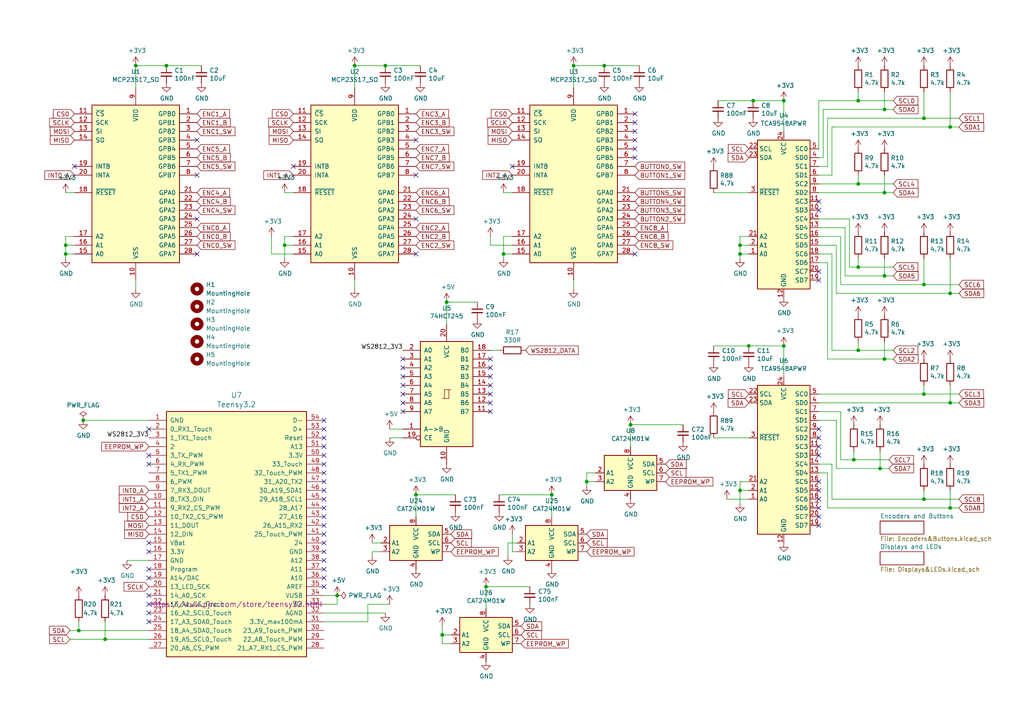
<source format=kicad_sch>
(kicad_sch (version 20231120) (generator "eeschema") (generator_version "8.0")
  (paper "A4")
  (title_block (title "Encoder Board") (date "2020-06-02") (rev "B") (company "Blake Garner"))
  (junction (at 256.54 55.88))
  (junction (at 275.59 116.84))
  (junction (at 247.65 133.35))
  (junction (at 267.97 114.3))
  (junction (at 275.59 147.32))
  (junction (at 166.37 19.05))
  (junction (at 160.02 143.51))
  (junction (at 214.63 71.12))
  (junction (at 102.87 19.05))
  (junction (at 275.59 85.09))
  (junction (at 227.33 29.21))
  (junction (at 120.65 143.51))
  (junction (at 214.63 73.66))
  (junction (at 248.92 53.34))
  (junction (at 140.97 170.18))
  (junction (at 19.05 73.66))
  (junction (at 48.26 19.05))
  (junction (at 256.54 104.14))
  (junction (at 248.92 29.21))
  (junction (at 255.27 135.89))
  (junction (at 267.97 144.78))
  (junction (at 97.79 172.72))
  (junction (at 19.05 71.12))
  (junction (at 227.33 100.33))
  (junction (at 256.54 31.75))
  (junction (at 275.59 36.83))
  (junction (at 146.05 73.66))
  (junction (at 267.97 34.29))
  (junction (at 248.92 77.47))
  (junction (at 214.63 142.24))
  (junction (at 24.13 121.92))
  (junction (at 182.88 123.19))
  (junction (at 256.54 80.01))
  (junction (at 30.48 185.42))
  (junction (at 248.92 101.6))
  (junction (at 217.17 100.33))
  (junction (at 267.97 82.55))
  (junction (at 170.18 139.7))
  (junction (at 218.44 29.21))
  (junction (at 128.27 184.15))
  (junction (at 22.86 182.88))
  (junction (at 175.26 19.05))
  (junction (at 129.54 87.63))
  (junction (at 111.76 19.05))
  (junction (at 82.55 71.12))
  (junction (at 39.37 19.05))
  (no_connect (at 21.59 48.26))
  (no_connect (at 85.09 48.26))
  (no_connect (at 57.15 40.64))
  (no_connect (at 93.98 157.48))
  (no_connect (at 57.15 63.5))
  (no_connect (at 93.98 170.18))
  (no_connect (at 142.24 111.76))
  (no_connect (at 116.84 119.38))
  (no_connect (at 43.18 175.26))
  (no_connect (at 148.59 48.26))
  (no_connect (at 116.84 109.22))
  (no_connect (at 120.65 50.8))
  (no_connect (at 142.24 104.14))
  (no_connect (at 237.49 142.24))
  (no_connect (at 93.98 162.56))
  (no_connect (at 184.15 40.64))
  (no_connect (at 142.24 114.3))
  (no_connect (at 43.18 172.72))
  (no_connect (at 93.98 129.54))
  (no_connect (at 93.98 167.64))
  (no_connect (at 43.18 124.46))
  (no_connect (at 142.24 106.68))
  (no_connect (at 93.98 124.46))
  (no_connect (at 43.18 165.1))
  (no_connect (at 93.98 134.62))
  (no_connect (at 93.98 147.32))
  (no_connect (at 184.15 35.56))
  (no_connect (at 93.98 149.86))
  (no_connect (at 93.98 127))
  (no_connect (at 184.15 73.66))
  (no_connect (at 237.49 127))
  (no_connect (at 93.98 132.08))
  (no_connect (at 43.18 132.08))
  (no_connect (at 93.98 137.16))
  (no_connect (at 237.49 132.08))
  (no_connect (at 237.49 60.96))
  (no_connect (at 184.15 43.18))
  (no_connect (at 237.49 58.42))
  (no_connect (at 237.49 144.78))
  (no_connect (at 43.18 167.64))
  (no_connect (at 43.18 180.34))
  (no_connect (at 237.49 81.28))
  (no_connect (at 116.84 104.14))
  (no_connect (at 237.49 124.46))
  (no_connect (at 142.24 109.22))
  (no_connect (at 184.15 33.02))
  (no_connect (at 93.98 121.92))
  (no_connect (at 120.65 40.64))
  (no_connect (at 237.49 78.74))
  (no_connect (at 116.84 106.68))
  (no_connect (at 43.18 160.02))
  (no_connect (at 120.65 73.66))
  (no_connect (at 116.84 116.84))
  (no_connect (at 93.98 160.02))
  (no_connect (at 93.98 154.94))
  (no_connect (at 93.98 152.4))
  (no_connect (at 120.65 63.5))
  (no_connect (at 184.15 45.72))
  (no_connect (at 93.98 144.78))
  (no_connect (at 237.49 152.4))
  (no_connect (at 116.84 114.3))
  (no_connect (at 43.18 177.8))
  (no_connect (at 57.15 73.66))
  (no_connect (at 43.18 134.62))
  (no_connect (at 142.24 119.38))
  (no_connect (at 43.18 157.48))
  (no_connect (at 93.98 139.7))
  (no_connect (at 57.15 50.8))
  (no_connect (at 237.49 129.54))
  (no_connect (at 237.49 139.7))
  (no_connect (at 184.15 38.1))
  (no_connect (at 237.49 147.32))
  (no_connect (at 142.24 116.84))
  (no_connect (at 93.98 142.24))
  (no_connect (at 237.49 149.86))
  (no_connect (at 93.98 165.1))
  (no_connect (at 116.84 111.76))
  (wire (pts (xy 259.08 55.88) (xy 256.54 55.88)))
  (wire (pts (xy 217.17 142.24) (xy 214.63 142.24)))
  (wire (pts (xy 247.65 133.35) (xy 243.84 133.35)))
  (wire (pts (xy 237.49 50.8) (xy 241.3 50.8)))
  (wire (pts (xy 170.18 139.7) (xy 170.18 140.97)))
  (wire (pts (xy 240.03 34.29) (xy 240.03 48.26)))
  (wire (pts (xy 267.97 34.29) (xy 278.13 34.29)))
  (wire (pts (xy 240.03 104.14) (xy 256.54 104.14)))
  (wire (pts (xy 85.09 68.58) (xy 82.55 68.58)))
  (wire (pts (xy 153.67 170.18) (xy 140.97 170.18)))
  (wire (pts (xy 19.05 71.12) (xy 19.05 73.66)))
  (wire (pts (xy 43.18 185.42) (xy 30.48 185.42)))
  (wire (pts (xy 170.18 137.16) (xy 170.18 139.7)))
  (wire (pts (xy 257.81 133.35) (xy 247.65 133.35)))
  (wire (pts (xy 248.92 50.8) (xy 248.92 53.34)))
  (wire (pts (xy 242.57 121.92) (xy 237.49 121.92)))
  (wire (pts (xy 128.27 184.15) (xy 128.27 181.61)))
  (wire (pts (xy 166.37 19.05) (xy 166.37 25.4)))
  (wire (pts (xy 267.97 82.55) (xy 267.97 74.93)))
  (wire (pts (xy 144.78 101.6) (xy 142.24 101.6)))
  (wire (pts (xy 138.43 87.63) (xy 129.54 87.63)))
  (wire (pts (xy 144.78 143.51) (xy 160.02 143.51)))
  (wire (pts (xy 243.84 119.38) (xy 243.84 133.35)))
  (wire (pts (xy 248.92 53.34) (xy 259.08 53.34)))
  (wire (pts (xy 275.59 26.67) (xy 275.59 36.83)))
  (wire (pts (xy 207.01 55.88) (xy 217.17 55.88)))
  (wire (pts (xy 245.11 66.04) (xy 237.49 66.04)))
  (wire (pts (xy 241.3 101.6) (xy 248.92 101.6)))
  (wire (pts (xy 278.13 147.32) (xy 275.59 147.32)))
  (wire (pts (xy 255.27 135.89) (xy 255.27 130.81)))
  (wire (pts (xy 93.98 177.8) (xy 111.76 177.8)))
  (wire (pts (xy 207.01 127) (xy 217.17 127)))
  (wire (pts (xy 43.18 162.56) (xy 36.83 162.56)))
  (wire (pts (xy 82.55 68.58) (xy 82.55 71.12)))
  (wire (pts (xy 256.54 74.93) (xy 256.54 80.01)))
  (wire (pts (xy 240.03 147.32) (xy 240.03 137.16)))
  (wire (pts (xy 259.08 80.01) (xy 256.54 80.01)))
  (wire (pts (xy 214.63 142.24) (xy 214.63 139.7)))
  (wire (pts (xy 238.76 31.75) (xy 256.54 31.75)))
  (wire (pts (xy 238.76 45.72) (xy 238.76 31.75)))
  (wire (pts (xy 146.05 73.66) (xy 146.05 74.93)))
  (wire (pts (xy 248.92 77.47) (xy 246.38 77.47)))
  (wire (pts (xy 256.54 80.01) (xy 245.11 80.01)))
  (wire (pts (xy 237.49 29.21) (xy 237.49 43.18)))
  (wire (pts (xy 39.37 83.82) (xy 39.37 81.28)))
  (wire (pts (xy 248.92 99.06) (xy 248.92 101.6)))
  (wire (pts (xy 245.11 66.04) (xy 245.11 80.01)))
  (wire (pts (xy 30.48 185.42) (xy 30.48 180.34)))
  (wire (pts (xy 248.92 77.47) (xy 259.08 77.47)))
  (wire (pts (xy 248.92 29.21) (xy 259.08 29.21)))
  (wire (pts (xy 113.03 127) (xy 116.84 127)))
  (wire (pts (xy 208.28 29.21) (xy 218.44 29.21)))
  (wire (pts (xy 21.59 68.58) (xy 19.05 68.58)))
  (wire (pts (xy 259.08 104.14) (xy 256.54 104.14)))
  (wire (pts (xy 148.59 68.58) (xy 146.05 68.58)))
  (wire (pts (xy 243.84 68.58) (xy 237.49 68.58)))
  (wire (pts (xy 148.59 160.02) (xy 148.59 154.94)))
  (wire (pts (xy 267.97 114.3) (xy 278.13 114.3)))
  (wire (pts (xy 237.49 45.72) (xy 238.76 45.72)))
  (wire (pts (xy 237.49 114.3) (xy 267.97 114.3)))
  (wire (pts (xy 166.37 83.82) (xy 166.37 81.28)))
  (wire (pts (xy 97.79 175.26) (xy 97.79 172.72)))
  (wire (pts (xy 267.97 144.78) (xy 278.13 144.78)))
  (wire (pts (xy 78.74 68.58) (xy 78.74 73.66)))
  (wire (pts (xy 240.03 48.26) (xy 237.49 48.26)))
  (wire (pts (xy 147.32 157.48) (xy 147.32 161.29)))
  (wire (pts (xy 85.09 71.12) (xy 82.55 71.12)))
  (wire (pts (xy 120.65 143.51) (xy 120.65 149.86)))
  (wire (pts (xy 106.68 180.34) (xy 106.68 175.26)))
  (wire (pts (xy 248.92 74.93) (xy 248.92 77.47)))
  (wire (pts (xy 275.59 142.24) (xy 275.59 147.32)))
  (wire (pts (xy 214.63 74.93) (xy 214.63 73.66)))
  (wire (pts (xy 20.32 182.88) (xy 22.86 182.88)))
  (wire (pts (xy 214.63 71.12) (xy 214.63 73.66)))
  (wire (pts (xy 218.44 29.21) (xy 227.33 29.21)))
  (wire (pts (xy 237.49 134.62) (xy 241.3 134.62)))
  (wire (pts (xy 248.92 101.6) (xy 259.08 101.6)))
  (wire (pts (xy 93.98 172.72) (xy 97.79 172.72)))
  (wire (pts (xy 217.17 68.58) (xy 214.63 68.58)))
  (wire (pts (xy 237.49 53.34) (xy 248.92 53.34)))
  (wire (pts (xy 241.3 50.8) (xy 241.3 36.83)))
  (wire (pts (xy 175.26 19.05) (xy 185.42 19.05)))
  (wire (pts (xy 237.49 55.88) (xy 256.54 55.88)))
  (wire (pts (xy 149.86 160.02) (xy 148.59 160.02)))
  (wire (pts (xy 111.76 19.05) (xy 121.92 19.05)))
  (wire (pts (xy 146.05 68.58) (xy 146.05 73.66)))
  (wire (pts (xy 241.3 134.62) (xy 241.3 144.78)))
  (wire (pts (xy 214.63 139.7) (xy 217.17 139.7)))
  (wire (pts (xy 241.3 73.66) (xy 237.49 73.66)))
  (wire (pts (xy 214.63 68.58) (xy 214.63 71.12)))
  (wire (pts (xy 242.57 71.12) (xy 237.49 71.12)))
  (wire (pts (xy 85.09 55.88) (xy 82.55 55.88)))
  (wire (pts (xy 48.26 19.05) (xy 58.42 19.05)))
  (wire (pts (xy 102.87 83.82) (xy 102.87 81.28)))
  (wire (pts (xy 142.24 68.58) (xy 142.24 71.12)))
  (wire (pts (xy 242.57 121.92) (xy 242.57 135.89)))
  (wire (pts (xy 259.08 31.75) (xy 256.54 31.75)))
  (wire (pts (xy 241.3 36.83) (xy 275.59 36.83)))
  (wire (pts (xy 240.03 76.2) (xy 240.03 104.14)))
  (wire (pts (xy 278.13 36.83) (xy 275.59 36.83)))
  (wire (pts (xy 256.54 99.06) (xy 256.54 104.14)))
  (wire (pts (xy 129.54 93.98) (xy 129.54 87.63)))
  (wire (pts (xy 148.59 55.88) (xy 146.05 55.88)))
  (wire (pts (xy 130.81 184.15) (xy 128.27 184.15)))
  (wire (pts (xy 214.63 142.24) (xy 214.63 146.05)))
  (wire (pts (xy 106.68 175.26) (xy 113.03 175.26)))
  (wire (pts (xy 227.33 100.33) (xy 227.33 109.22)))
  (wire (pts (xy 22.86 182.88) (xy 22.86 180.34)))
  (wire (pts (xy 111.76 19.05) (xy 102.87 19.05)))
  (wire (pts (xy 182.88 123.19) (xy 182.88 129.54)))
  (wire (pts (xy 240.03 76.2) (xy 237.49 76.2)))
  (wire (pts (xy 148.59 71.12) (xy 142.24 71.12)))
  (wire (pts (xy 110.49 157.48) (xy 107.95 157.48)))
  (wire (pts (xy 267.97 142.24) (xy 267.97 144.78)))
  (wire (pts (xy 248.92 26.67) (xy 248.92 29.21)))
  (wire (pts (xy 116.84 124.46) (xy 113.03 124.46)))
  (wire (pts (xy 82.55 71.12) (xy 82.55 74.93)))
  (wire (pts (xy 107.95 161.29) (xy 107.95 160.02)))
  (wire (pts (xy 160.02 143.51) (xy 160.02 149.86)))
  (wire (pts (xy 128.27 184.15) (xy 128.27 186.69)))
  (wire (pts (xy 21.59 55.88) (xy 19.05 55.88)))
  (wire (pts (xy 275.59 147.32) (xy 240.03 147.32)))
  (wire (pts (xy 267.97 82.55) (xy 278.13 82.55)))
  (wire (pts (xy 148.59 73.66) (xy 146.05 73.66)))
  (wire (pts (xy 275.59 111.76) (xy 275.59 116.84)))
  (wire (pts (xy 130.81 186.69) (xy 128.27 186.69)))
  (wire (pts (xy 21.59 71.12) (xy 19.05 71.12)))
  (wire (pts (xy 172.72 137.16) (xy 170.18 137.16)))
  (wire (pts (xy 19.05 73.66) (xy 19.05 74.93)))
  (wire (pts (xy 39.37 19.05) (xy 39.37 25.4)))
  (wire (pts (xy 275.59 74.93) (xy 275.59 85.09)))
  (wire (pts (xy 93.98 175.26) (xy 97.79 175.26)))
  (wire (pts (xy 241.3 144.78) (xy 267.97 144.78)))
  (wire (pts (xy 217.17 144.78) (xy 210.82 144.78)))
  (wire (pts (xy 241.3 73.66) (xy 241.3 101.6)))
  (wire (pts (xy 267.97 82.55) (xy 243.84 82.55)))
  (wire (pts (xy 22.86 182.88) (xy 43.18 182.88)))
  (wire (pts (xy 214.63 73.66) (xy 217.17 73.66)))
  (wire (pts (xy 207.01 100.33) (xy 217.17 100.33)))
  (wire (pts (xy 247.65 130.81) (xy 247.65 133.35)))
  (wire (pts (xy 140.97 170.18) (xy 140.97 176.53)))
  (wire (pts (xy 237.49 116.84) (xy 275.59 116.84)))
  (wire (pts (xy 267.97 111.76) (xy 267.97 114.3)))
  (wire (pts (xy 19.05 68.58) (xy 19.05 71.12)))
  (wire (pts (xy 246.38 63.5) (xy 246.38 77.47)))
  (wire (pts (xy 102.87 25.4) (xy 102.87 19.05)))
  (wire (pts (xy 172.72 139.7) (xy 170.18 139.7)))
  (wire (pts (xy 243.84 68.58) (xy 243.84 82.55)))
  (wire (pts (xy 257.81 135.89) (xy 255.27 135.89)))
  (wire (pts (xy 93.98 180.34) (xy 106.68 180.34)))
  (wire (pts (xy 19.05 73.66) (xy 21.59 73.66)))
  (wire (pts (xy 256.54 50.8) (xy 256.54 55.88)))
  (wire (pts (xy 256.54 26.67) (xy 256.54 31.75)))
  (wire (pts (xy 48.26 19.05) (xy 39.37 19.05)))
  (wire (pts (xy 132.08 143.51) (xy 120.65 143.51)))
  (wire (pts (xy 275.59 85.09) (xy 242.57 85.09)))
  (wire (pts (xy 110.49 160.02) (xy 107.95 160.02)))
  (wire (pts (xy 85.09 73.66) (xy 78.74 73.66)))
  (wire (pts (xy 237.49 29.21) (xy 248.92 29.21)))
  (wire (pts (xy 240.03 137.16) (xy 237.49 137.16)))
  (wire (pts (xy 278.13 116.84) (xy 275.59 116.84)))
  (wire (pts (xy 255.27 135.89) (xy 242.57 135.89)))
  (wire (pts (xy 240.03 34.29) (xy 267.97 34.29)))
  (wire (pts (xy 217.17 100.33) (xy 227.33 100.33)))
  (wire (pts (xy 246.38 63.5) (xy 237.49 63.5)))
  (wire (pts (xy 30.48 185.42) (xy 20.32 185.42)))
  (wire (pts (xy 227.33 29.21) (xy 227.33 38.1)))
  (wire (pts (xy 217.17 71.12) (xy 214.63 71.12)))
  (wire (pts (xy 267.97 34.29) (xy 267.97 26.67)))
  (wire (pts (xy 24.13 121.92) (xy 43.18 121.92)))
  (wire (pts (xy 242.57 71.12) (xy 242.57 85.09)))
  (wire (pts (xy 198.12 123.19) (xy 182.88 123.19)))
  (wire (pts (xy 237.49 119.38) (xy 243.84 119.38)))
  (wire (pts (xy 175.26 19.05) (xy 166.37 19.05)))
  (wire (pts (xy 278.13 85.09) (xy 275.59 85.09)))
  (wire (pts (xy 149.86 157.48) (xy 147.32 157.48)))
  (label "WS2812_3V3" (at 43.18 127 180))
  (label "WS2812_3V3" (at 116.84 101.6 180))
  (global_label "ENC3_SW" (shape input) (at 120.65 38.1 0) (property "Intersheetrefs" "${INTERSHEET_REFS}" (effects (hide yes))))
  (global_label "ENC3_A" (shape input) (at 120.65 33.02 0) (property "Intersheetrefs" "${INTERSHEET_REFS}" (effects (hide yes))))
  (global_label "INT2_A" (shape input) (at 43.18 147.32 180) (property "Intersheetrefs" "${INTERSHEET_REFS}" (effects (hide yes))))
  (global_label "MISO" (shape input) (at 85.09 40.64 180) (property "Intersheetrefs" "${INTERSHEET_REFS}" (effects (hide yes))))
  (global_label "ENC2_A" (shape input) (at 120.65 66.04 0) (property "Intersheetrefs" "${INTERSHEET_REFS}" (effects (hide yes))))
  (global_label "ENC5_B" (shape input) (at 57.15 45.72 0) (property "Intersheetrefs" "${INTERSHEET_REFS}" (effects (hide yes))))
  (global_label "SDA2" (shape input) (at 259.08 104.14 0) (property "Intersheetrefs" "${INTERSHEET_REFS}" (effects (hide yes))))
  (global_label "CS0" (shape input) (at 43.18 149.86 180) (property "Intersheetrefs" "${INTERSHEET_REFS}" (effects (hide yes))))
  (global_label "SCL7" (shape input) (at 257.81 133.35 0) (property "Intersheetrefs" "${INTERSHEET_REFS}" (effects (hide yes))))
  (global_label "ENC8_A" (shape input) (at 184.15 66.04 0) (property "Intersheetrefs" "${INTERSHEET_REFS}" (effects (hide yes))))
  (global_label "ENC1_B" (shape input) (at 57.15 35.56 0) (property "Intersheetrefs" "${INTERSHEET_REFS}" (effects (hide yes))))
  (global_label "ENC3_B" (shape input) (at 120.65 35.56 0) (property "Intersheetrefs" "${INTERSHEET_REFS}" (effects (hide yes))))
  (global_label "SDA4" (shape input) (at 259.08 55.88 0) (property "Intersheetrefs" "${INTERSHEET_REFS}" (effects (hide yes))))
  (global_label "SDA8" (shape input) (at 278.13 147.32 0) (property "Intersheetrefs" "${INTERSHEET_REFS}" (effects (hide yes))))
  (global_label "INT2_A" (shape input) (at 148.59 50.8 180) (property "Intersheetrefs" "${INTERSHEET_REFS}" (effects (hide yes))))
  (global_label "SDA" (shape input) (at 217.17 116.84 180) (property "Intersheetrefs" "${INTERSHEET_REFS}" (effects (hide yes))))
  (global_label "EEPROM_WP" (shape input) (at 170.18 160.02 0) (property "Intersheetrefs" "${INTERSHEET_REFS}" (effects (hide yes))))
  (global_label "SCL5" (shape input) (at 259.08 77.47 0) (property "Intersheetrefs" "${INTERSHEET_REFS}" (effects (hide yes))))
  (global_label "SCLK" (shape input) (at 21.59 35.56 180) (property "Intersheetrefs" "${INTERSHEET_REFS}" (effects (hide yes))))
  (global_label "SCLK" (shape input) (at 148.59 35.56 180) (property "Intersheetrefs" "${INTERSHEET_REFS}" (effects (hide yes))))
  (global_label "SCL8" (shape input) (at 278.13 144.78 0) (property "Intersheetrefs" "${INTERSHEET_REFS}" (effects (hide yes))))
  (global_label "BUTTON1_SW" (shape input) (at 184.15 50.8 0) (property "Intersheetrefs" "${INTERSHEET_REFS}" (effects (hide yes))))
  (global_label "SDA3" (shape input) (at 278.13 116.84 0) (property "Intersheetrefs" "${INTERSHEET_REFS}" (effects (hide yes))))
  (global_label "MOSI" (shape input) (at 85.09 38.1 180) (property "Intersheetrefs" "${INTERSHEET_REFS}" (effects (hide yes))))
  (global_label "SDA" (shape input) (at 151.13 181.61 0) (property "Intersheetrefs" "${INTERSHEET_REFS}" (effects (hide yes))))
  (global_label "ENC7_A" (shape input) (at 120.65 43.18 0) (property "Intersheetrefs" "${INTERSHEET_REFS}" (effects (hide yes))))
  (global_label "ENC8_B" (shape input) (at 184.15 68.58 0) (property "Intersheetrefs" "${INTERSHEET_REFS}" (effects (hide yes))))
  (global_label "SDA5" (shape input) (at 259.08 80.01 0) (property "Intersheetrefs" "${INTERSHEET_REFS}" (effects (hide yes))))
  (global_label "SCL" (shape input) (at 130.81 157.48 0) (property "Intersheetrefs" "${INTERSHEET_REFS}" (effects (hide yes))))
  (global_label "SCL6" (shape input) (at 278.13 82.55 0) (property "Intersheetrefs" "${INTERSHEET_REFS}" (effects (hide yes))))
  (global_label "ENC6_SW" (shape input) (at 120.65 60.96 0) (property "Intersheetrefs" "${INTERSHEET_REFS}" (effects (hide yes))))
  (global_label "BUTTON0_SW" (shape input) (at 184.15 48.26 0) (property "Intersheetrefs" "${INTERSHEET_REFS}" (effects (hide yes))))
  (global_label "MISO" (shape input) (at 148.59 40.64 180) (property "Intersheetrefs" "${INTERSHEET_REFS}" (effects (hide yes))))
  (global_label "SCL1" (shape input) (at 278.13 34.29 0) (property "Intersheetrefs" "${INTERSHEET_REFS}" (effects (hide yes))))
  (global_label "EEPROM_WP" (shape input) (at 43.18 129.54 180) (property "Intersheetrefs" "${INTERSHEET_REFS}" (effects (hide yes))))
  (global_label "ENC2_B" (shape input) (at 120.65 68.58 0) (property "Intersheetrefs" "${INTERSHEET_REFS}" (effects (hide yes))))
  (global_label "SCLK" (shape input) (at 43.18 170.18 180) (property "Intersheetrefs" "${INTERSHEET_REFS}" (effects (hide yes))))
  (global_label "SCL" (shape input) (at 217.17 43.18 180) (property "Intersheetrefs" "${INTERSHEET_REFS}" (effects (hide yes))))
  (global_label "BUTTON4_SW" (shape input) (at 184.15 58.42 0) (property "Intersheetrefs" "${INTERSHEET_REFS}" (effects (hide yes))))
  (global_label "SCL" (shape input) (at 170.18 157.48 0) (property "Intersheetrefs" "${INTERSHEET_REFS}" (effects (hide yes))))
  (global_label "INT1_A" (shape input) (at 43.18 144.78 180) (property "Intersheetrefs" "${INTERSHEET_REFS}" (effects (hide yes))))
  (global_label "SDA" (shape input) (at 20.32 182.88 180) (property "Intersheetrefs" "${INTERSHEET_REFS}" (effects (hide yes))))
  (global_label "SCL2" (shape input) (at 259.08 101.6 0) (property "Intersheetrefs" "${INTERSHEET_REFS}" (effects (hide yes))))
  (global_label "MOSI" (shape input) (at 21.59 38.1 180) (property "Intersheetrefs" "${INTERSHEET_REFS}" (effects (hide yes))))
  (global_label "SCL0" (shape input) (at 259.08 29.21 0) (property "Intersheetrefs" "${INTERSHEET_REFS}" (effects (hide yes))))
  (global_label "MOSI" (shape input) (at 43.18 152.4 180) (property "Intersheetrefs" "${INTERSHEET_REFS}" (effects (hide yes))))
  (global_label "CS0" (shape input) (at 21.59 33.02 180) (property "Intersheetrefs" "${INTERSHEET_REFS}" (effects (hide yes))))
  (global_label "ENC0_SW" (shape input) (at 57.15 71.12 0) (property "Intersheetrefs" "${INTERSHEET_REFS}" (effects (hide yes))))
  (global_label "SDA" (shape input) (at 193.04 134.62 0) (property "Intersheetrefs" "${INTERSHEET_REFS}" (effects (hide yes))))
  (global_label "ENC1_A" (shape input) (at 57.15 33.02 0) (property "Intersheetrefs" "${INTERSHEET_REFS}" (effects (hide yes))))
  (global_label "ENC0_A" (shape input) (at 57.15 66.04 0) (property "Intersheetrefs" "${INTERSHEET_REFS}" (effects (hide yes))))
  (global_label "BUTTON5_SW" (shape input) (at 184.15 55.88 0) (property "Intersheetrefs" "${INTERSHEET_REFS}" (effects (hide yes))))
  (global_label "SDA1" (shape input) (at 278.13 36.83 0) (property "Intersheetrefs" "${INTERSHEET_REFS}" (effects (hide yes))))
  (global_label "EEPROM_WP" (shape input) (at 193.04 139.7 0) (property "Intersheetrefs" "${INTERSHEET_REFS}" (effects (hide yes))))
  (global_label "ENC0_B" (shape input) (at 57.15 68.58 0) (property "Intersheetrefs" "${INTERSHEET_REFS}" (effects (hide yes))))
  (global_label "SCL" (shape input) (at 20.32 185.42 180) (property "Intersheetrefs" "${INTERSHEET_REFS}" (effects (hide yes))))
  (global_label "SCL" (shape input) (at 151.13 184.15 0) (property "Intersheetrefs" "${INTERSHEET_REFS}" (effects (hide yes))))
  (global_label "MISO" (shape input) (at 43.18 154.94 180) (property "Intersheetrefs" "${INTERSHEET_REFS}" (effects (hide yes))))
  (global_label "ENC2_SW" (shape input) (at 120.65 71.12 0) (property "Intersheetrefs" "${INTERSHEET_REFS}" (effects (hide yes))))
  (global_label "SDA6" (shape input) (at 278.13 85.09 0) (property "Intersheetrefs" "${INTERSHEET_REFS}" (effects (hide yes))))
  (global_label "WS2812_DATA" (shape input) (at 152.4 101.6 0) (property "Intersheetrefs" "${INTERSHEET_REFS}" (effects (hide yes))))
  (global_label "CS0" (shape input) (at 148.59 33.02 180) (property "Intersheetrefs" "${INTERSHEET_REFS}" (effects (hide yes))))
  (global_label "SCLK" (shape input) (at 85.09 35.56 180) (property "Intersheetrefs" "${INTERSHEET_REFS}" (effects (hide yes))))
  (global_label "ENC4_A" (shape input) (at 57.15 55.88 0) (property "Intersheetrefs" "${INTERSHEET_REFS}" (effects (hide yes))))
  (global_label "SDA7" (shape input) (at 257.81 135.89 0) (property "Intersheetrefs" "${INTERSHEET_REFS}" (effects (hide yes))))
  (global_label "ENC4_SW" (shape input) (at 57.15 60.96 0) (property "Intersheetrefs" "${INTERSHEET_REFS}" (effects (hide yes))))
  (global_label "INT0_A" (shape input) (at 21.59 50.8 180) (property "Intersheetrefs" "${INTERSHEET_REFS}" (effects (hide yes))))
  (global_label "SDA" (shape input) (at 130.81 154.94 0) (property "Intersheetrefs" "${INTERSHEET_REFS}" (effects (hide yes))))
  (global_label "CS0" (shape input) (at 85.09 33.02 180) (property "Intersheetrefs" "${INTERSHEET_REFS}" (effects (hide yes))))
  (global_label "BUTTON2_SW" (shape input) (at 184.15 63.5 0) (property "Intersheetrefs" "${INTERSHEET_REFS}" (effects (hide yes))))
  (global_label "INT0_A" (shape input) (at 43.18 142.24 180) (property "Intersheetrefs" "${INTERSHEET_REFS}" (effects (hide yes))))
  (global_label "ENC5_SW" (shape input) (at 57.15 48.26 0) (property "Intersheetrefs" "${INTERSHEET_REFS}" (effects (hide yes))))
  (global_label "SDA0" (shape input) (at 259.08 31.75 0) (property "Intersheetrefs" "${INTERSHEET_REFS}" (effects (hide yes))))
  (global_label "ENC6_B" (shape input) (at 120.65 58.42 0) (property "Intersheetrefs" "${INTERSHEET_REFS}" (effects (hide yes))))
  (global_label "BUTTON3_SW" (shape input) (at 184.15 60.96 0) (property "Intersheetrefs" "${INTERSHEET_REFS}" (effects (hide yes))))
  (global_label "SCL4" (shape input) (at 259.08 53.34 0) (property "Intersheetrefs" "${INTERSHEET_REFS}" (effects (hide yes))))
  (global_label "EEPROM_WP" (shape input) (at 130.81 160.02 0) (property "Intersheetrefs" "${INTERSHEET_REFS}" (effects (hide yes))))
  (global_label "SDA" (shape input) (at 170.18 154.94 0) (property "Intersheetrefs" "${INTERSHEET_REFS}" (effects (hide yes))))
  (global_label "SCL" (shape input) (at 217.17 114.3 180) (property "Intersheetrefs" "${INTERSHEET_REFS}" (effects (hide yes))))
  (global_label "ENC8_SW" (shape input) (at 184.15 71.12 0) (property "Intersheetrefs" "${INTERSHEET_REFS}" (effects (hide yes))))
  (global_label "ENC1_SW" (shape input) (at 57.15 38.1 0) (property "Intersheetrefs" "${INTERSHEET_REFS}" (effects (hide yes))))
  (global_label "ENC7_B" (shape input) (at 120.65 45.72 0) (property "Intersheetrefs" "${INTERSHEET_REFS}" (effects (hide yes))))
  (global_label "SDA" (shape input) (at 217.17 45.72 180) (property "Intersheetrefs" "${INTERSHEET_REFS}" (effects (hide yes))))
  (global_label "INT1_A" (shape input) (at 85.09 50.8 180) (property "Intersheetrefs" "${INTERSHEET_REFS}" (effects (hide yes))))
  (global_label "ENC6_A" (shape input) (at 120.65 55.88 0) (property "Intersheetrefs" "${INTERSHEET_REFS}" (effects (hide yes))))
  (global_label "ENC4_B" (shape input) (at 57.15 58.42 0) (property "Intersheetrefs" "${INTERSHEET_REFS}" (effects (hide yes))))
  (global_label "MISO" (shape input) (at 21.59 40.64 180) (property "Intersheetrefs" "${INTERSHEET_REFS}" (effects (hide yes))))
  (global_label "ENC5_A" (shape input) (at 57.15 43.18 0) (property "Intersheetrefs" "${INTERSHEET_REFS}" (effects (hide yes))))
  (global_label "SCL3" (shape input) (at 278.13 114.3 0) (property "Intersheetrefs" "${INTERSHEET_REFS}" (effects (hide yes))))
  (global_label "SCL" (shape input) (at 193.04 137.16 0) (property "Intersheetrefs" "${INTERSHEET_REFS}" (effects (hide yes))))
  (global_label "ENC7_SW" (shape input) (at 120.65 48.26 0) (property "Intersheetrefs" "${INTERSHEET_REFS}" (effects (hide yes))))
  (global_label "EEPROM_WP" (shape input) (at 151.13 186.69 0) (property "Intersheetrefs" "${INTERSHEET_REFS}" (effects (hide yes))))
  (global_label "MOSI" (shape input) (at 148.59 38.1 180) (property "Intersheetrefs" "${INTERSHEET_REFS}" (effects (hide yes))))
  (symbol (lib_id "EncoderBoard-rescue:Teensy3.2-Teensy_BG") (at 68.58 154.94 0) (unit 1)
    (property "Reference" "U7" (at 68.58 114.6302 0) (effects (font (size 1.524 1.524))))
    (property "Value" "Teensy3.2" (at 68.58 117.3226 0) (effects (font (size 1.524 1.524))))
    (property "Footprint" "Teensy_BG:Teensy30_31_32_LC" (effects (hide yes)))
    (property "Datasheet" "https://www.pjrc.com/store/teensy32.html" (at 68.58 175.26 0) (effects (font (size 1.524 1.524))))
    (property "MFR" "PJRC" (effects (hide yes)))
    (property "MPN" "TEENSY32" (effects (hide yes)))
  )
  (symbol (lib_id "EncoderBoard-rescue:MCP23S17_SO-Interface_Expansion_BG") (at 39.37 53.34 0) (unit 1)
    (property "Reference" "U1" (at 39.37 20.8026 0))
    (property "Value" "MCP23S17_SO" (at 39.37 23.114 0))
    (property "Footprint" "SOIC_BG:SOIC-28W_7.5x17.9mm_P1.27mm" (effects (hide yes)))
    (property "Datasheet" "http://ww1.microchip.com/downloads/en/DeviceDoc/20001952C.pdf" (effects (hide yes)))
    (property "MFR" "Microchip" (effects (hide yes)))
    (property "MPN" "MCP23S17T-E/SO" (effects (hide yes)))
  )
  (symbol (lib_id "EncoderBoard-rescue:MCP23S17_SO-Interface_Expansion_BG") (at 102.87 53.34 0) (unit 1)
    (property "Reference" "U2" (at 102.87 20.8026 0))
    (property "Value" "MCP23S17_SO" (at 102.87 23.114 0))
    (property "Footprint" "SOIC_BG:SOIC-28W_7.5x17.9mm_P1.27mm" (effects (hide yes)))
    (property "Datasheet" "http://ww1.microchip.com/downloads/en/DeviceDoc/20001952C.pdf" (effects (hide yes)))
    (property "MFR" "Microchip" (effects (hide yes)))
    (property "MPN" "MCP23S17T-E/SO" (effects (hide yes)))
  )
  (symbol (lib_id "EncoderBoard-rescue:MCP23S17_SO-Interface_Expansion_BG") (at 166.37 53.34 0) (unit 1)
    (property "Reference" "U3" (at 166.37 20.8026 0))
    (property "Value" "MCP23S17_SO" (at 166.37 23.114 0))
    (property "Footprint" "SOIC_BG:SOIC-28W_7.5x17.9mm_P1.27mm" (effects (hide yes)))
    (property "Datasheet" "http://ww1.microchip.com/downloads/en/DeviceDoc/20001952C.pdf" (effects (hide yes)))
    (property "MFR" "Microchip" (effects (hide yes)))
    (property "MPN" "MCP23S17T-E/SO" (effects (hide yes)))
  )
  (symbol (lib_id "Memory_EEPROM:CAT24M01W") (at 182.88 137.16 0) (unit 1)
    (property "Reference" "U8" (at 182.88 124.9426 0))
    (property "Value" "CAT24M01W" (at 182.88 127.254 0))
    (property "Footprint" "SOIC_BG:SOIC-8_3.9x4.9mm_P1.27mm" (effects (hide yes)))
    (property "Datasheet" "https://www.onsemi.com/pub/Collateral/CAT24M01-D.PDF" (effects (hide yes)))
    (property "MFR" "ON Semiconductor" (effects (hide yes)))
    (property "MPN" "CAT24M01WI-GT3" (effects (hide yes)))
  )
  (symbol (lib_id "EncoderBoard-rescue:GND-power") (at 170.18 140.97 0) (unit 1)
    (property "Reference" "#PWR0268" (effects (hide yes)))
    (property "Value" "GND" (at 170.307 145.3642 0))
  )
  (symbol (lib_id "EncoderBoard-rescue:GND-power") (at 182.88 144.78 0) (unit 1)
    (property "Reference" "#PWR0269" (effects (hide yes)))
    (property "Value" "GND" (at 183.007 149.1742 0))
  )
  (symbol (lib_id "EncoderBoard-rescue:+3V3-power") (at 182.88 123.19 0) (unit 1)
    (property "Reference" "#PWR0270" (effects (hide yes)))
    (property "Value" "+3V3" (at 183.261 118.7958 0))
  )
  (symbol (lib_id "EncoderBoard-rescue:PWR_FLAG-power") (at 97.79 172.72 270) (unit 1)
    (property "Reference" "#FLG0101" (effects (hide yes)))
    (property "Value" "PWR_FLAG" (at 101.0412 172.72 90) (effects (justify left)))
  )
  (symbol (lib_id "EncoderBoard-rescue:GND-power") (at 129.54 134.62 0) (unit 1)
    (property "Reference" "#PWR0265" (effects (hide yes)))
    (property "Value" "GND" (at 129.667 139.0142 0))
  )
  (symbol (lib_id "EncoderBoard-rescue:+5V-power") (at 113.03 124.46 0) (unit 1)
    (property "Reference" "#PWR0266" (effects (hide yes)))
    (property "Value" "+5V" (at 113.411 120.0658 0))
  )
  (symbol (lib_id "EncoderBoard-rescue:GND-power") (at 113.03 127 0) (unit 1)
    (property "Reference" "#PWR0267" (effects (hide yes)))
    (property "Value" "GND" (at 113.157 131.3942 0))
  )
  (symbol (lib_id "EncoderBoard-rescue:+3V3-power") (at 39.37 19.05 0) (unit 1)
    (property "Reference" "#PWR0101" (effects (hide yes)))
    (property "Value" "+3V3" (at 39.751 14.6558 0))
  )
  (symbol (lib_id "EncoderBoard-rescue:+3V3-power") (at 102.87 19.05 0) (unit 1)
    (property "Reference" "#PWR0102" (effects (hide yes)))
    (property "Value" "+3V3" (at 103.251 14.6558 0))
  )
  (symbol (lib_id "EncoderBoard-rescue:+3V3-power") (at 166.37 19.05 0) (unit 1)
    (property "Reference" "#PWR0103" (effects (hide yes)))
    (property "Value" "+3V3" (at 166.751 14.6558 0))
  )
  (symbol (lib_id "EncoderBoard-rescue:GND-power") (at 39.37 83.82 0) (unit 1)
    (property "Reference" "#PWR0104" (effects (hide yes)))
    (property "Value" "GND" (at 39.497 88.2142 0))
  )
  (symbol (lib_id "EncoderBoard-rescue:GND-power") (at 102.87 83.82 0) (unit 1)
    (property "Reference" "#PWR0105" (effects (hide yes)))
    (property "Value" "GND" (at 102.997 88.2142 0))
  )
  (symbol (lib_id "EncoderBoard-rescue:GND-power") (at 166.37 83.82 0) (unit 1)
    (property "Reference" "#PWR0106" (effects (hide yes)))
    (property "Value" "GND" (at 166.497 88.2142 0))
  )
  (symbol (lib_id "EncoderBoard-rescue:PWR_FLAG-power") (at 24.13 121.92 0) (unit 1)
    (property "Reference" "#FLG0102" (effects (hide yes)))
    (property "Value" "PWR_FLAG" (at 24.13 117.5258 0))
  )
  (symbol (lib_id "EncoderBoard-rescue:GND-power") (at 19.05 74.93 0) (unit 1)
    (property "Reference" "#PWR0107" (effects (hide yes)))
    (property "Value" "GND" (at 19.177 79.3242 0))
  )
  (symbol (lib_id "EncoderBoard-rescue:GND-power") (at 82.55 74.93 0) (unit 1)
    (property "Reference" "#PWR0108" (effects (hide yes)))
    (property "Value" "GND" (at 82.677 79.3242 0))
  )
  (symbol (lib_id "EncoderBoard-rescue:GND-power") (at 146.05 74.93 0) (unit 1)
    (property "Reference" "#PWR0109" (effects (hide yes)))
    (property "Value" "GND" (at 146.177 79.3242 0))
  )
  (symbol (lib_id "Interface_Expansion:TCA9548APWR") (at 227.33 60.96 0) (unit 1)
    (property "Reference" "U4" (at 227.33 33.5026 0))
    (property "Value" "TCA9548APWR" (at 227.33 35.814 0))
    (property "Footprint" "TSSOP_BG:TSSOP-24_4.4x7.8mm_P0.65mm" (effects (hide yes)))
    (property "Datasheet" "http://www.ti.com/lit/ds/symlink/tca9548a.pdf" (effects (hide yes)))
    (property "MFR" "Texas Instruments" (effects (hide yes)))
    (property "MPN" "TCA9548APWR" (effects (hide yes)))
  )
  (symbol (lib_id "Device:R") (at 248.92 22.86 0) (unit 1)
    (property "Reference" "R1" (at 250.698 21.6916 0) (effects (justify left)))
    (property "Value" "4.7k" (at 250.698 24.003 0) (effects (justify left)))
    (property "Footprint" "Resistor_BG:R_0805_2012Metric" (effects (hide yes)))
    (property "Datasheet" "https://www.yageo.com/upload/media/product/productsearch/datasheet/rchip/PYu-RC_Group_51_RoHS_L_10.pdf" (effects (hide yes)))
    (property "MFR" "Yageo" (effects (hide yes)))
    (property "MPN" "RC0805FR-074K7L" (effects (hide yes)))
  )
  (symbol (lib_id "Device:R") (at 256.54 22.86 0) (unit 1)
    (property "Reference" "R2" (at 258.318 21.6916 0) (effects (justify left)))
    (property "Value" "4.7k" (at 258.318 24.003 0) (effects (justify left)))
    (property "Footprint" "Resistor_BG:R_0805_2012Metric" (effects (hide yes)))
    (property "Datasheet" "https://www.yageo.com/upload/media/product/productsearch/datasheet/rchip/PYu-RC_Group_51_RoHS_L_10.pdf" (effects (hide yes)))
    (property "MFR" "Yageo" (effects (hide yes)))
    (property "MPN" "RC0805FR-074K7L" (effects (hide yes)))
  )
  (symbol (lib_id "Device:R") (at 267.97 22.86 0) (unit 1)
    (property "Reference" "R3" (at 269.748 21.6916 0) (effects (justify left)))
    (property "Value" "4.7k" (at 269.748 24.003 0) (effects (justify left)))
    (property "Footprint" "Resistor_BG:R_0805_2012Metric" (effects (hide yes)))
    (property "Datasheet" "https://www.yageo.com/upload/media/product/productsearch/datasheet/rchip/PYu-RC_Group_51_RoHS_L_10.pdf" (effects (hide yes)))
    (property "MFR" "Yageo" (effects (hide yes)))
    (property "MPN" "RC0805FR-074K7L" (effects (hide yes)))
  )
  (symbol (lib_id "Device:R") (at 275.59 22.86 0) (unit 1)
    (property "Reference" "R4" (at 277.368 21.6916 0) (effects (justify left)))
    (property "Value" "4.7k" (at 277.368 24.003 0) (effects (justify left)))
    (property "Footprint" "Resistor_BG:R_0805_2012Metric" (effects (hide yes)))
    (property "Datasheet" "https://www.yageo.com/upload/media/product/productsearch/datasheet/rchip/PYu-RC_Group_51_RoHS_L_10.pdf" (effects (hide yes)))
    (property "MFR" "Yageo" (effects (hide yes)))
    (property "MPN" "RC0805FR-074K7L" (effects (hide yes)))
  )
  (symbol (lib_id "EncoderBoard-rescue:+3V3-power") (at 248.92 19.05 0) (unit 1)
    (property "Reference" "#PWR0110" (effects (hide yes)))
    (property "Value" "+3V3" (at 249.301 14.6558 0))
  )
  (symbol (lib_id "EncoderBoard-rescue:+3V3-power") (at 256.54 19.05 0) (unit 1)
    (property "Reference" "#PWR0111" (effects (hide yes)))
    (property "Value" "+3V3" (at 256.921 14.6558 0))
  )
  (symbol (lib_id "EncoderBoard-rescue:+3V3-power") (at 267.97 19.05 0) (unit 1)
    (property "Reference" "#PWR0112" (effects (hide yes)))
    (property "Value" "+3V3" (at 268.351 14.6558 0))
  )
  (symbol (lib_id "EncoderBoard-rescue:+3V3-power") (at 275.59 19.05 0) (unit 1)
    (property "Reference" "#PWR0113" (effects (hide yes)))
    (property "Value" "+3V3" (at 275.971 14.6558 0))
  )
  (symbol (lib_id "EncoderBoard-rescue:+3V3-power") (at 210.82 144.78 0) (unit 1)
    (property "Reference" "#PWR04" (effects (hide yes)))
    (property "Value" "+3V3" (at 211.201 140.3858 0))
  )
  (symbol (lib_id "Device:R") (at 248.92 95.25 0) (unit 1)
    (property "Reference" "R5" (at 250.698 94.0816 0) (effects (justify left)))
    (property "Value" "4.7k" (at 250.698 96.393 0) (effects (justify left)))
    (property "Footprint" "Resistor_BG:R_0805_2012Metric" (effects (hide yes)))
    (property "Datasheet" "https://www.yageo.com/upload/media/product/productsearch/datasheet/rchip/PYu-RC_Group_51_RoHS_L_10.pdf" (effects (hide yes)))
    (property "MFR" "Yageo" (effects (hide yes)))
    (property "MPN" "RC0805FR-074K7L" (effects (hide yes)))
  )
  (symbol (lib_id "Device:R") (at 256.54 95.25 0) (unit 1)
    (property "Reference" "R6" (at 258.318 94.0816 0) (effects (justify left)))
    (property "Value" "4.7k" (at 258.318 96.393 0) (effects (justify left)))
    (property "Footprint" "Resistor_BG:R_0805_2012Metric" (effects (hide yes)))
    (property "Datasheet" "https://www.yageo.com/upload/media/product/productsearch/datasheet/rchip/PYu-RC_Group_51_RoHS_L_10.pdf" (effects (hide yes)))
    (property "MFR" "Yageo" (effects (hide yes)))
    (property "MPN" "RC0805FR-074K7L" (effects (hide yes)))
  )
  (symbol (lib_id "Device:R") (at 267.97 107.95 0) (unit 1)
    (property "Reference" "R7" (at 269.748 106.7816 0) (effects (justify left)))
    (property "Value" "4.7k" (at 269.748 109.093 0) (effects (justify left)))
    (property "Footprint" "Resistor_BG:R_0805_2012Metric" (effects (hide yes)))
    (property "Datasheet" "https://www.yageo.com/upload/media/product/productsearch/datasheet/rchip/PYu-RC_Group_51_RoHS_L_10.pdf" (effects (hide yes)))
    (property "MFR" "Yageo" (effects (hide yes)))
    (property "MPN" "RC0805FR-074K7L" (effects (hide yes)))
  )
  (symbol (lib_id "Device:R") (at 275.59 107.95 0) (unit 1)
    (property "Reference" "R8" (at 277.368 106.7816 0) (effects (justify left)))
    (property "Value" "4.7k" (at 277.368 109.093 0) (effects (justify left)))
    (property "Footprint" "Resistor_BG:R_0805_2012Metric" (effects (hide yes)))
    (property "Datasheet" "https://www.yageo.com/upload/media/product/productsearch/datasheet/rchip/PYu-RC_Group_51_RoHS_L_10.pdf" (effects (hide yes)))
    (property "MFR" "Yageo" (effects (hide yes)))
    (property "MPN" "RC0805FR-074K7L" (effects (hide yes)))
  )
  (symbol (lib_id "EncoderBoard-rescue:+3V3-power") (at 248.92 43.18 0) (unit 1)
    (property "Reference" "#PWR0114" (effects (hide yes)))
    (property "Value" "+3V3" (at 249.301 38.7858 0))
  )
  (symbol (lib_id "EncoderBoard-rescue:+3V3-power") (at 256.54 43.18 0) (unit 1)
    (property "Reference" "#PWR0115" (effects (hide yes)))
    (property "Value" "+3V3" (at 256.921 38.7858 0))
  )
  (symbol (lib_id "EncoderBoard-rescue:+3V3-power") (at 247.65 123.19 0) (unit 1)
    (property "Reference" "#PWR0116" (effects (hide yes)))
    (property "Value" "+3V3" (at 248.031 118.7958 0))
  )
  (symbol (lib_id "EncoderBoard-rescue:+3V3-power") (at 255.27 123.19 0) (unit 1)
    (property "Reference" "#PWR0117" (effects (hide yes)))
    (property "Value" "+3V3" (at 255.651 118.7958 0))
  )
  (symbol (lib_id "Device:R") (at 248.92 46.99 0) (unit 1)
    (property "Reference" "R9" (at 250.698 45.8216 0) (effects (justify left)))
    (property "Value" "4.7k" (at 250.698 48.133 0) (effects (justify left)))
    (property "Footprint" "Resistor_BG:R_0805_2012Metric" (effects (hide yes)))
    (property "Datasheet" "https://www.yageo.com/upload/media/product/productsearch/datasheet/rchip/PYu-RC_Group_51_RoHS_L_10.pdf" (effects (hide yes)))
    (property "MFR" "Yageo" (effects (hide yes)))
    (property "MPN" "RC0805FR-074K7L" (effects (hide yes)))
  )
  (symbol (lib_id "Device:R") (at 256.54 46.99 0) (unit 1)
    (property "Reference" "R10" (at 258.318 45.8216 0) (effects (justify left)))
    (property "Value" "4.7k" (at 258.318 48.133 0) (effects (justify left)))
    (property "Footprint" "Resistor_BG:R_0805_2012Metric" (effects (hide yes)))
    (property "Datasheet" "https://www.yageo.com/upload/media/product/productsearch/datasheet/rchip/PYu-RC_Group_51_RoHS_L_10.pdf" (effects (hide yes)))
    (property "MFR" "Yageo" (effects (hide yes)))
    (property "MPN" "RC0805FR-074K7L" (effects (hide yes)))
  )
  (symbol (lib_id "Device:R") (at 248.92 71.12 0) (unit 1)
    (property "Reference" "R11" (at 250.698 69.9516 0) (effects (justify left)))
    (property "Value" "4.7k" (at 250.698 72.263 0) (effects (justify left)))
    (property "Footprint" "Resistor_BG:R_0805_2012Metric" (effects (hide yes)))
    (property "Datasheet" "https://www.yageo.com/upload/media/product/productsearch/datasheet/rchip/PYu-RC_Group_51_RoHS_L_10.pdf" (effects (hide yes)))
    (property "MFR" "Yageo" (effects (hide yes)))
    (property "MPN" "RC0805FR-074K7L" (effects (hide yes)))
  )
  (symbol (lib_id "Device:R") (at 256.54 71.12 0) (unit 1)
    (property "Reference" "R12" (at 258.318 69.9516 0) (effects (justify left)))
    (property "Value" "4.7k" (at 258.318 72.263 0) (effects (justify left)))
    (property "Footprint" "Resistor_BG:R_0805_2012Metric" (effects (hide yes)))
    (property "Datasheet" "https://www.yageo.com/upload/media/product/productsearch/datasheet/rchip/PYu-RC_Group_51_RoHS_L_10.pdf" (effects (hide yes)))
    (property "MFR" "Yageo" (effects (hide yes)))
    (property "MPN" "RC0805FR-074K7L" (effects (hide yes)))
  )
  (symbol (lib_id "EncoderBoard-rescue:+3V3-power") (at 248.92 67.31 0) (unit 1)
    (property "Reference" "#PWR0118" (effects (hide yes)))
    (property "Value" "+3V3" (at 249.301 62.9158 0))
  )
  (symbol (lib_id "EncoderBoard-rescue:+3V3-power") (at 256.54 67.31 0) (unit 1)
    (property "Reference" "#PWR0119" (effects (hide yes)))
    (property "Value" "+3V3" (at 256.921 62.9158 0))
  )
  (symbol (lib_id "EncoderBoard-rescue:+3V3-power") (at 267.97 67.31 0) (unit 1)
    (property "Reference" "#PWR0120" (effects (hide yes)))
    (property "Value" "+3V3" (at 268.351 62.9158 0))
  )
  (symbol (lib_id "EncoderBoard-rescue:+3V3-power") (at 275.59 67.31 0) (unit 1)
    (property "Reference" "#PWR0121" (effects (hide yes)))
    (property "Value" "+3V3" (at 275.971 62.9158 0))
  )
  (symbol (lib_id "Device:R") (at 267.97 71.12 0) (unit 1)
    (property "Reference" "R13" (at 269.748 69.9516 0) (effects (justify left)))
    (property "Value" "4.7k" (at 269.748 72.263 0) (effects (justify left)))
    (property "Footprint" "Resistor_BG:R_0805_2012Metric" (effects (hide yes)))
    (property "Datasheet" "https://www.yageo.com/upload/media/product/productsearch/datasheet/rchip/PYu-RC_Group_51_RoHS_L_10.pdf" (effects (hide yes)))
    (property "MFR" "Yageo" (effects (hide yes)))
    (property "MPN" "RC0805FR-074K7L" (effects (hide yes)))
  )
  (symbol (lib_id "Device:R") (at 275.59 71.12 0) (unit 1)
    (property "Reference" "R14" (at 277.368 69.9516 0) (effects (justify left)))
    (property "Value" "4.7k" (at 277.368 72.263 0) (effects (justify left)))
    (property "Footprint" "Resistor_BG:R_0805_2012Metric" (effects (hide yes)))
    (property "Datasheet" "https://www.yageo.com/upload/media/product/productsearch/datasheet/rchip/PYu-RC_Group_51_RoHS_L_10.pdf" (effects (hide yes)))
    (property "MFR" "Yageo" (effects (hide yes)))
    (property "MPN" "RC0805FR-074K7L" (effects (hide yes)))
  )
  (symbol (lib_id "Device:R") (at 247.65 127 0) (unit 1)
    (property "Reference" "R15" (at 249.428 125.8316 0) (effects (justify left)))
    (property "Value" "4.7k" (at 249.428 128.143 0) (effects (justify left)))
    (property "Footprint" "Resistor_BG:R_0805_2012Metric" (effects (hide yes)))
    (property "Datasheet" "https://www.yageo.com/upload/media/product/productsearch/datasheet/rchip/PYu-RC_Group_51_RoHS_L_10.pdf" (effects (hide yes)))
    (property "MFR" "Yageo" (effects (hide yes)))
    (property "MPN" "RC0805FR-074K7L" (effects (hide yes)))
  )
  (symbol (lib_id "Device:R") (at 255.27 127 0) (unit 1)
    (property "Reference" "R16" (at 257.048 125.8316 0) (effects (justify left)))
    (property "Value" "4.7k" (at 257.048 128.143 0) (effects (justify left)))
    (property "Footprint" "Resistor_BG:R_0805_2012Metric" (effects (hide yes)))
    (property "Datasheet" "https://www.yageo.com/upload/media/product/productsearch/datasheet/rchip/PYu-RC_Group_51_RoHS_L_10.pdf" (effects (hide yes)))
    (property "MFR" "Yageo" (effects (hide yes)))
    (property "MPN" "RC0805FR-074K7L" (effects (hide yes)))
  )
  (symbol (lib_id "EncoderBoard-rescue:+3V3-power") (at 248.92 91.44 0) (unit 1)
    (property "Reference" "#PWR0122" (effects (hide yes)))
    (property "Value" "+3V3" (at 249.301 87.0458 0))
  )
  (symbol (lib_id "EncoderBoard-rescue:+3V3-power") (at 256.54 91.44 0) (unit 1)
    (property "Reference" "#PWR0123" (effects (hide yes)))
    (property "Value" "+3V3" (at 256.921 87.0458 0))
  )
  (symbol (lib_id "EncoderBoard-rescue:+3V3-power") (at 267.97 104.14 0) (unit 1)
    (property "Reference" "#PWR0124" (effects (hide yes)))
    (property "Value" "+3V3" (at 268.351 99.7458 0))
  )
  (symbol (lib_id "EncoderBoard-rescue:+3V3-power") (at 275.59 104.14 0) (unit 1)
    (property "Reference" "#PWR0125" (effects (hide yes)))
    (property "Value" "+3V3" (at 275.971 99.7458 0))
  )
  (symbol (lib_id "Device:R") (at 207.01 123.19 0) (unit 1)
    (property "Reference" "R89" (at 208.788 122.0216 0) (effects (justify left)))
    (property "Value" "4.7k" (at 208.788 124.333 0) (effects (justify left)))
    (property "Footprint" "Resistor_BG:R_0805_2012Metric" (effects (hide yes)))
    (property "Datasheet" "https://www.yageo.com/upload/media/product/productsearch/datasheet/rchip/PYu-RC_Group_51_RoHS_L_10.pdf" (effects (hide yes)))
    (property "MFR" "Yageo" (effects (hide yes)))
    (property "MPN" "RC0805FR-074K7L" (effects (hide yes)))
  )
  (symbol (lib_id "Device:R") (at 267.97 138.43 0) (unit 1)
    (property "Reference" "R18" (at 269.748 137.2616 0) (effects (justify left)))
    (property "Value" "4.7k" (at 269.748 139.573 0) (effects (justify left)))
    (property "Footprint" "Resistor_BG:R_0805_2012Metric" (effects (hide yes)))
    (property "Datasheet" "https://www.yageo.com/upload/media/product/productsearch/datasheet/rchip/PYu-RC_Group_51_RoHS_L_10.pdf" (effects (hide yes)))
    (property "MFR" "Yageo" (effects (hide yes)))
    (property "MPN" "RC0805FR-074K7L" (effects (hide yes)))
  )
  (symbol (lib_id "Device:R") (at 275.59 138.43 0) (unit 1)
    (property "Reference" "R19" (at 277.368 137.2616 0) (effects (justify left)))
    (property "Value" "4.7k" (at 277.368 139.573 0) (effects (justify left)))
    (property "Footprint" "Resistor_BG:R_0805_2012Metric" (effects (hide yes)))
    (property "Datasheet" "https://www.yageo.com/upload/media/product/productsearch/datasheet/rchip/PYu-RC_Group_51_RoHS_L_10.pdf" (effects (hide yes)))
    (property "MFR" "Yageo" (effects (hide yes)))
    (property "MPN" "RC0805FR-074K7L" (effects (hide yes)))
  )
  (symbol (lib_id "EncoderBoard-rescue:+3V3-power") (at 267.97 134.62 0) (unit 1)
    (property "Reference" "#PWR0126" (effects (hide yes)))
    (property "Value" "+3V3" (at 268.351 130.2258 0))
  )
  (symbol (lib_id "EncoderBoard-rescue:+3V3-power") (at 275.59 134.62 0) (unit 1)
    (property "Reference" "#PWR0127" (effects (hide yes)))
    (property "Value" "+3V3" (at 275.971 130.2258 0))
  )
  (symbol (lib_id "EncoderBoard-rescue:+3V3-power") (at 207.01 119.38 0) (unit 1)
    (property "Reference" "#PWR088" (effects (hide yes)))
    (property "Value" "+3V3" (at 207.391 114.9858 0))
  )
  (symbol (lib_id "Interface_Expansion:TCA9548APWR") (at 227.33 132.08 0) (unit 1)
    (property "Reference" "U6" (at 227.33 104.6226 0))
    (property "Value" "TCA9548APWR" (at 227.33 106.934 0))
    (property "Footprint" "TSSOP_BG:TSSOP-24_4.4x7.8mm_P0.65mm" (effects (hide yes)))
    (property "Datasheet" "http://www.ti.com/lit/ds/symlink/tca9548a.pdf" (effects (hide yes)))
    (property "MFR" "Texas Instruments" (effects (hide yes)))
    (property "MPN" "TCA9548APWR" (effects (hide yes)))
  )
  (symbol (lib_id "Device:R") (at 207.01 52.07 0) (unit 1)
    (property "Reference" "R88" (at 208.788 50.9016 0) (effects (justify left)))
    (property "Value" "4.7k" (at 208.788 53.213 0) (effects (justify left)))
    (property "Footprint" "Resistor_BG:R_0805_2012Metric" (effects (hide yes)))
    (property "Datasheet" "https://www.yageo.com/upload/media/product/productsearch/datasheet/rchip/PYu-RC_Group_51_RoHS_L_10.pdf" (effects (hide yes)))
    (property "MFR" "Yageo" (effects (hide yes)))
    (property "MPN" "RC0805FR-074K7L" (effects (hide yes)))
  )
  (symbol (lib_id "EncoderBoard-rescue:+3V3-power") (at 207.01 48.26 0) (unit 1)
    (property "Reference" "#PWR087" (effects (hide yes)))
    (property "Value" "+3V3" (at 207.391 43.8658 0))
  )
  (symbol (lib_id "Device:C_Small") (at 144.78 146.05 0) (unit 1)
    (property "Reference" "C74" (at 147.1168 144.8816 0) (effects (justify left)))
    (property "Value" "100nF" (at 147.1168 147.193 0) (effects (justify left)))
    (property "Footprint" "Capacitor_BG:C_0805_2012Metric" (effects (hide yes)))
    (property "Datasheet" "https://media.digikey.com/pdf/Data%20Sheets/Samsung%20PDFs/CL_Series_MLCC_ds.pdf" (effects (hide yes)))
    (property "MFR" "Samsung" (effects (hide yes)))
    (property "MPN" "CL21B104KBCNFNC" (effects (hide yes)))
  )
  (symbol (lib_id "EncoderBoard-rescue:GND-power") (at 144.78 148.59 0) (unit 1)
    (property "Reference" "#PWR091" (effects (hide yes)))
    (property "Value" "GND" (at 144.907 152.9842 0))
  )
  (symbol (lib_id "Device:C_Small") (at 198.12 125.73 0) (unit 1)
    (property "Reference" "C72" (at 200.4568 124.5616 0) (effects (justify left)))
    (property "Value" "100nF" (at 200.4568 126.873 0) (effects (justify left)))
    (property "Footprint" "Capacitor_BG:C_0805_2012Metric" (effects (hide yes)))
    (property "Datasheet" "https://media.digikey.com/pdf/Data%20Sheets/Samsung%20PDFs/CL_Series_MLCC_ds.pdf" (effects (hide yes)))
    (property "MFR" "Samsung" (effects (hide yes)))
    (property "MPN" "CL21B104KBCNFNC" (effects (hide yes)))
  )
  (symbol (lib_id "EncoderBoard-rescue:GND-power") (at 198.12 128.27 0) (unit 1)
    (property "Reference" "#PWR089" (effects (hide yes)))
    (property "Value" "GND" (at 198.247 132.6642 0))
  )
  (symbol (lib_id "Device:C_Small") (at 132.08 146.05 0) (unit 1)
    (property "Reference" "C73" (at 134.4168 144.8816 0) (effects (justify left)))
    (property "Value" "100nF" (at 134.4168 147.193 0) (effects (justify left)))
    (property "Footprint" "Capacitor_BG:C_0805_2012Metric" (effects (hide yes)))
    (property "Datasheet" "https://media.digikey.com/pdf/Data%20Sheets/Samsung%20PDFs/CL_Series_MLCC_ds.pdf" (effects (hide yes)))
    (property "MFR" "Samsung" (effects (hide yes)))
    (property "MPN" "CL21B104KBCNFNC" (effects (hide yes)))
  )
  (symbol (lib_id "EncoderBoard-rescue:GND-power") (at 132.08 148.59 0) (unit 1)
    (property "Reference" "#PWR090" (effects (hide yes)))
    (property "Value" "GND" (at 132.207 152.9842 0))
  )
  (symbol (lib_id "EncoderBoard-rescue:GND-power") (at 227.33 157.48 0) (unit 1)
    (property "Reference" "#PWR0128" (effects (hide yes)))
    (property "Value" "GND" (at 227.457 161.8742 0))
  )
  (symbol (lib_id "EncoderBoard-rescue:GND-power") (at 227.33 86.36 0) (unit 1)
    (property "Reference" "#PWR0129" (effects (hide yes)))
    (property "Value" "GND" (at 227.457 90.7542 0))
  )
  (symbol (lib_id "EncoderBoard-rescue:+3V3-power") (at 227.33 100.33 0) (unit 1)
    (property "Reference" "#PWR0130" (effects (hide yes)))
    (property "Value" "+3V3" (at 227.711 95.9358 0))
  )
  (symbol (lib_id "Device:C_Small") (at 153.67 172.72 0) (unit 1)
    (property "Reference" "C75" (at 156.0068 171.5516 0) (effects (justify left)))
    (property "Value" "100nF" (at 156.0068 173.863 0) (effects (justify left)))
    (property "Footprint" "Capacitor_BG:C_0805_2012Metric" (effects (hide yes)))
    (property "Datasheet" "https://media.digikey.com/pdf/Data%20Sheets/Samsung%20PDFs/CL_Series_MLCC_ds.pdf" (effects (hide yes)))
    (property "MFR" "Samsung" (effects (hide yes)))
    (property "MPN" "CL21B104KBCNFNC" (effects (hide yes)))
  )
  (symbol (lib_id "EncoderBoard-rescue:GND-power") (at 153.67 175.26 0) (unit 1)
    (property "Reference" "#PWR092" (effects (hide yes)))
    (property "Value" "GND" (at 153.797 179.6542 0))
  )
  (symbol (lib_id "EncoderBoard-rescue:GND-power") (at 214.63 74.93 0) (unit 1)
    (property "Reference" "#PWR0131" (effects (hide yes)))
    (property "Value" "GND" (at 214.757 79.3242 0))
  )
  (symbol (lib_id "EncoderBoard-rescue:GND-power") (at 214.63 146.05 0) (unit 1)
    (property "Reference" "#PWR0132" (effects (hide yes)))
    (property "Value" "GND" (at 214.757 150.4442 0))
  )
  (symbol (lib_id "EncoderBoard-rescue:GND-power") (at 208.28 34.29 0) (unit 1)
    (property "Reference" "#PWR0133" (effects (hide yes)))
    (property "Value" "GND" (at 208.407 38.6842 0))
  )
  (symbol (lib_id "Device:C_Small") (at 217.17 102.87 0) (unit 1)
    (property "Reference" "C11" (at 219.5068 101.7016 0) (effects (justify left)))
    (property "Value" "10uF" (at 219.5068 104.013 0) (effects (justify left)))
    (property "Footprint" "Capacitor_BG:C_1210_3225Metric" (effects (hide yes)))
    (property "Datasheet" "https://media.digikey.com/pdf/Data%20Sheets/Samsung%20PDFs/CL_Series_MLCC_ds.pdf" (effects (hide yes)))
    (property "MPN" "CL32B106KPINNNE" (effects (hide yes)))
    (property "MFR" "Samsung" (effects (hide yes)))
  )
  (symbol (lib_id "Device:C_Small") (at 207.01 102.87 0) (unit 1)
    (property "Reference" "C10" (at 209.3468 101.7016 0) (effects (justify left)))
    (property "Value" "100nF" (at 209.3468 104.013 0) (effects (justify left)))
    (property "Footprint" "Capacitor_BG:C_0805_2012Metric" (effects (hide yes)))
    (property "Datasheet" "https://media.digikey.com/pdf/Data%20Sheets/Samsung%20PDFs/CL_Series_MLCC_ds.pdf" (effects (hide yes)))
    (property "MFR" "Samsung" (effects (hide yes)))
    (property "MPN" "CL21B104KBCNFNC" (effects (hide yes)))
  )
  (symbol (lib_id "EncoderBoard-rescue:GND-power") (at 207.01 105.41 0) (unit 1)
    (property "Reference" "#PWR0134" (effects (hide yes)))
    (property "Value" "GND" (at 207.137 109.8042 0))
  )
  (symbol (lib_id "EncoderBoard-rescue:GND-power") (at 217.17 105.41 0) (unit 1)
    (property "Reference" "#PWR0135" (effects (hide yes)))
    (property "Value" "GND" (at 217.297 109.8042 0))
  )
  (symbol (lib_id "Device:C_Small") (at 218.44 31.75 0) (unit 1)
    (property "Reference" "C8" (at 220.7768 30.5816 0) (effects (justify left)))
    (property "Value" "10uF" (at 220.7768 32.893 0) (effects (justify left)))
    (property "Footprint" "Capacitor_BG:C_1210_3225Metric" (effects (hide yes)))
    (property "Datasheet" "https://media.digikey.com/pdf/Data%20Sheets/Samsung%20PDFs/CL_Series_MLCC_ds.pdf" (effects (hide yes)))
    (property "MPN" "CL32B106KPINNNE" (effects (hide yes)))
    (property "MFR" "Samsung" (effects (hide yes)))
  )
  (symbol (lib_id "Device:C_Small") (at 208.28 31.75 0) (unit 1)
    (property "Reference" "C7" (at 210.6168 30.5816 0) (effects (justify left)))
    (property "Value" "100nF" (at 210.6168 32.893 0) (effects (justify left)))
    (property "Footprint" "Capacitor_BG:C_0805_2012Metric" (effects (hide yes)))
    (property "Datasheet" "https://media.digikey.com/pdf/Data%20Sheets/Samsung%20PDFs/CL_Series_MLCC_ds.pdf" (effects (hide yes)))
    (property "MFR" "Samsung" (effects (hide yes)))
    (property "MPN" "CL21B104KBCNFNC" (effects (hide yes)))
  )
  (symbol (lib_id "EncoderBoard-rescue:GND-power") (at 218.44 34.29 0) (unit 1)
    (property "Reference" "#PWR0136" (effects (hide yes)))
    (property "Value" "GND" (at 218.567 38.6842 0))
  )
  (symbol (lib_id "EncoderBoard-rescue:+3V3-power") (at 78.74 68.58 0) (unit 1)
    (property "Reference" "#PWR0181" (effects (hide yes)))
    (property "Value" "+3V3" (at 79.121 64.1858 0))
  )
  (symbol (lib_id "EncoderBoard-rescue:+3V3-power") (at 227.33 29.21 0) (unit 1)
    (property "Reference" "#PWR0137" (effects (hide yes)))
    (property "Value" "+3V3" (at 227.711 24.8158 0))
  )
  (symbol (lib_id "EncoderBoard-rescue:+3V3-power") (at 142.24 68.58 0) (unit 1)
    (property "Reference" "#PWR0182" (effects (hide yes)))
    (property "Value" "+3V3" (at 142.621 64.1858 0))
  )
  (symbol (lib_id "Device:R") (at 22.86 176.53 0) (unit 1)
    (property "Reference" "R20" (at 24.13 175.26 0) (effects (justify left)))
    (property "Value" "4.7k" (at 24.13 177.8 0) (effects (justify left)))
    (property "Footprint" "Resistor_BG:R_0805_2012Metric" (effects (hide yes)))
    (property "Datasheet" "https://www.yageo.com/upload/media/product/productsearch/datasheet/rchip/PYu-RC_Group_51_RoHS_L_10.pdf" (effects (hide yes)))
    (property "MFR" "Yageo" (effects (hide yes)))
    (property "MPN" "RC0805FR-074K7L" (effects (hide yes)))
  )
  (symbol (lib_id "Device:R") (at 30.48 176.53 0) (unit 1)
    (property "Reference" "R21" (at 31.75 175.26 0) (effects (justify left)))
    (property "Value" "4.7k" (at 31.75 177.8 0) (effects (justify left)))
    (property "Footprint" "Resistor_BG:R_0805_2012Metric" (effects (hide yes)))
    (property "Datasheet" "https://www.yageo.com/upload/media/product/productsearch/datasheet/rchip/PYu-RC_Group_51_RoHS_L_10.pdf" (effects (hide yes)))
    (property "MFR" "Yageo" (effects (hide yes)))
    (property "MPN" "RC0805FR-074K7L" (effects (hide yes)))
  )
  (symbol (lib_id "EncoderBoard-rescue:+3V3-power") (at 22.86 172.72 0) (unit 1)
    (property "Reference" "#PWR0138" (effects (hide yes)))
    (property "Value" "+3V3" (at 22.86 165.7858 0))
  )
  (symbol (lib_id "EncoderBoard-rescue:+3V3-power") (at 30.48 172.72 0) (unit 1)
    (property "Reference" "#PWR0139" (effects (hide yes)))
    (property "Value" "+3V3" (at 30.861 168.3258 0))
  )
  (symbol (lib_id "EncoderBoard-rescue:+3V3-power") (at 82.55 55.88 0) (unit 1)
    (property "Reference" "#PWR02" (effects (hide yes)))
    (property "Value" "+3V3" (at 82.931 51.4858 0))
  )
  (symbol (lib_id "EncoderBoard-rescue:+3V3-power") (at 19.05 55.88 0) (unit 1)
    (property "Reference" "#PWR01" (effects (hide yes)))
    (property "Value" "+3V3" (at 19.431 51.4858 0))
  )
  (symbol (lib_id "EncoderBoard-rescue:+3V3-power") (at 146.05 55.88 0) (unit 1)
    (property "Reference" "#PWR03" (effects (hide yes)))
    (property "Value" "+3V3" (at 146.431 51.4858 0))
  )
  (symbol (lib_id "EncoderBoard-rescue:GND-power") (at 175.26 24.13 0) (unit 1)
    (property "Reference" "#PWR0140" (effects (hide yes)))
    (property "Value" "GND" (at 175.387 28.5242 0))
  )
  (symbol (lib_id "Device:C_Small") (at 185.42 21.59 0) (unit 1)
    (property "Reference" "C6" (at 187.7568 20.4216 0) (effects (justify left)))
    (property "Value" "10uF" (at 187.7568 22.733 0) (effects (justify left)))
    (property "Footprint" "Capacitor_BG:C_1210_3225Metric" (effects (hide yes)))
    (property "Datasheet" "https://media.digikey.com/pdf/Data%20Sheets/Samsung%20PDFs/CL_Series_MLCC_ds.pdf" (effects (hide yes)))
    (property "MPN" "CL32B106KPINNNE" (effects (hide yes)))
    (property "MFR" "Samsung" (effects (hide yes)))
  )
  (symbol (lib_id "Device:C_Small") (at 175.26 21.59 0) (unit 1)
    (property "Reference" "C5" (at 177.5968 20.4216 0) (effects (justify left)))
    (property "Value" "100nF" (at 177.5968 22.733 0) (effects (justify left)))
    (property "Footprint" "Capacitor_BG:C_0805_2012Metric" (effects (hide yes)))
    (property "Datasheet" "https://media.digikey.com/pdf/Data%20Sheets/Samsung%20PDFs/CL_Series_MLCC_ds.pdf" (effects (hide yes)))
    (property "MFR" "Samsung" (effects (hide yes)))
    (property "MPN" "CL21B104KBCNFNC" (effects (hide yes)))
  )
  (symbol (lib_id "EncoderBoard-rescue:GND-power") (at 185.42 24.13 0) (unit 1)
    (property "Reference" "#PWR0141" (effects (hide yes)))
    (property "Value" "GND" (at 185.547 28.5242 0))
  )
  (symbol (lib_id "EncoderBoard-rescue:GND-power") (at 111.76 24.13 0) (unit 1)
    (property "Reference" "#PWR0142" (effects (hide yes)))
    (property "Value" "GND" (at 111.887 28.5242 0))
  )
  (symbol (lib_id "Device:C_Small") (at 121.92 21.59 0) (unit 1)
    (property "Reference" "C4" (at 124.2568 20.4216 0) (effects (justify left)))
    (property "Value" "10uF" (at 124.2568 22.733 0) (effects (justify left)))
    (property "Footprint" "Capacitor_BG:C_1210_3225Metric" (effects (hide yes)))
    (property "Datasheet" "https://media.digikey.com/pdf/Data%20Sheets/Samsung%20PDFs/CL_Series_MLCC_ds.pdf" (effects (hide yes)))
    (property "MPN" "CL32B106KPINNNE" (effects (hide yes)))
    (property "MFR" "Samsung" (effects (hide yes)))
  )
  (symbol (lib_id "Device:C_Small") (at 111.76 21.59 0) (unit 1)
    (property "Reference" "C3" (at 114.0968 20.4216 0) (effects (justify left)))
    (property "Value" "100nF" (at 114.0968 22.733 0) (effects (justify left)))
    (property "Footprint" "Capacitor_BG:C_0805_2012Metric" (effects (hide yes)))
    (property "Datasheet" "https://media.digikey.com/pdf/Data%20Sheets/Samsung%20PDFs/CL_Series_MLCC_ds.pdf" (effects (hide yes)))
    (property "MFR" "Samsung" (effects (hide yes)))
    (property "MPN" "CL21B104KBCNFNC" (effects (hide yes)))
  )
  (symbol (lib_id "EncoderBoard-rescue:GND-power") (at 121.92 24.13 0) (unit 1)
    (property "Reference" "#PWR0143" (effects (hide yes)))
    (property "Value" "GND" (at 122.047 28.5242 0))
  )
  (symbol (lib_id "EncoderBoard-rescue:GND-power") (at 48.26 24.13 0) (unit 1)
    (property "Reference" "#PWR0144" (effects (hide yes)))
    (property "Value" "GND" (at 48.387 28.5242 0))
  )
  (symbol (lib_id "Device:C_Small") (at 58.42 21.59 0) (unit 1)
    (property "Reference" "C2" (at 60.7568 20.4216 0) (effects (justify left)))
    (property "Value" "10uF" (at 60.7568 22.733 0) (effects (justify left)))
    (property "Footprint" "Capacitor_BG:C_1210_3225Metric" (effects (hide yes)))
    (property "Datasheet" "https://media.digikey.com/pdf/Data%20Sheets/Samsung%20PDFs/CL_Series_MLCC_ds.pdf" (effects (hide yes)))
    (property "MPN" "CL32B106KPINNNE" (effects (hide yes)))
    (property "MFR" "Samsung" (effects (hide yes)))
  )
  (symbol (lib_id "Device:C_Small") (at 48.26 21.59 0) (unit 1)
    (property "Reference" "C1" (at 50.5968 20.4216 0) (effects (justify left)))
    (property "Value" "100nF" (at 50.5968 22.733 0) (effects (justify left)))
    (property "Footprint" "Capacitor_BG:C_0805_2012Metric" (effects (hide yes)))
    (property "Datasheet" "https://media.digikey.com/pdf/Data%20Sheets/Samsung%20PDFs/CL_Series_MLCC_ds.pdf" (effects (hide yes)))
    (property "MFR" "Samsung" (effects (hide yes)))
    (property "MPN" "CL21B104KBCNFNC" (effects (hide yes)))
  )
  (symbol (lib_id "EncoderBoard-rescue:GND-power") (at 58.42 24.13 0) (unit 1)
    (property "Reference" "#PWR0145" (effects (hide yes)))
    (property "Value" "GND" (at 58.547 28.5242 0))
  )
  (symbol (lib_id "74xx:74HC245") (at 129.54 114.3 0) (unit 1)
    (property "Reference" "U5" (at 129.54 89.3826 0))
    (property "Value" "74HCT245" (at 129.54 91.694 0))
    (property "Footprint" "TSSOP_BG:TSSOP-20_4.4x6.5mm_P0.65mm" (effects (hide yes)))
    (property "Datasheet" "http://www.ti.com/lit/gpn/sn74HC245" (effects (hide yes)))
    (property "MFR" "Texas Instruments" (effects (hide yes)))
    (property "MPN" "SN74HCT245PWR" (effects (hide yes)))
  )
  (symbol (lib_id "Device:R") (at 148.59 101.6 270) (unit 1)
    (property "Reference" "R17" (at 148.59 96.3422 90))
    (property "Value" "330R" (at 148.59 98.6536 90))
    (property "Footprint" "Resistor_BG:R_0805_2012Metric" (effects (hide yes)))
    (property "Datasheet" "https://www.yageo.com/upload/media/product/productsearch/datasheet/rchip/PYu-RC_Group_51_RoHS_L_10.pdf" (effects (hide yes)))
    (property "MFR" "Yageo" (effects (hide yes)))
    (property "MPN" "RC0805FR-07330RL" (effects (hide yes)))
  )
  (symbol (lib_id "EncoderBoard-rescue:+5V-power") (at 129.54 87.63 0) (unit 1)
    (property "Reference" "#PWR0146" (effects (hide yes)))
    (property "Value" "+5V" (at 129.921 83.2358 0))
  )
  (symbol (lib_id "Device:C_Small") (at 138.43 90.17 0) (unit 1)
    (property "Reference" "C9" (at 140.7668 89.0016 0) (effects (justify left)))
    (property "Value" "100nF" (at 140.7668 91.313 0) (effects (justify left)))
    (property "Footprint" "Capacitor_BG:C_0805_2012Metric" (effects (hide yes)))
    (property "Datasheet" "https://media.digikey.com/pdf/Data%20Sheets/Samsung%20PDFs/CL_Series_MLCC_ds.pdf" (effects (hide yes)))
    (property "MFR" "Samsung" (effects (hide yes)))
    (property "MPN" "CL21B104KBCNFNC" (effects (hide yes)))
  )
  (symbol (lib_id "EncoderBoard-rescue:GND-power") (at 138.43 92.71 0) (unit 1)
    (property "Reference" "#PWR0147" (effects (hide yes)))
    (property "Value" "GND" (at 138.557 97.1042 0))
  )
  (symbol (lib_id "EncoderBoard-rescue:GND-power") (at 24.13 121.92 0) (unit 1)
    (property "Reference" "#PWR0148" (effects (hide yes)))
    (property "Value" "GND" (at 24.257 126.3142 0))
  )
  (symbol (lib_id "EncoderBoard-rescue:+5V-power") (at 97.79 172.72 0) (unit 1)
    (property "Reference" "#PWR0149" (effects (hide yes)))
    (property "Value" "+5V" (at 98.171 168.3258 0))
  )
  (symbol (lib_id "EncoderBoard-rescue:+3V3-power") (at 113.03 175.26 0) (unit 1)
    (property "Reference" "#PWR0150" (effects (hide yes)))
    (property "Value" "+3V3" (at 113.411 170.8658 0))
  )
  (symbol (lib_id "Memory_EEPROM:CAT24M01W") (at 160.02 157.48 0) (unit 1)
    (property "Reference" "U25" (at 160.02 145.2626 0))
    (property "Value" "CAT24M01W" (at 160.02 147.574 0))
    (property "Footprint" "SOIC_BG:SOIC-8_3.9x4.9mm_P1.27mm" (effects (hide yes)))
    (property "Datasheet" "https://www.onsemi.com/pub/Collateral/CAT24M01-D.PDF" (effects (hide yes)))
    (property "MFR" "ON Semiconductor" (effects (hide yes)))
    (property "MPN" "CAT24M01WI-GT3" (effects (hide yes)))
  )
  (symbol (lib_id "EncoderBoard-rescue:GND-power") (at 147.32 161.29 0) (unit 1)
    (property "Reference" "#PWR0157" (effects (hide yes)))
    (property "Value" "GND" (at 147.447 165.6842 0))
  )
  (symbol (lib_id "EncoderBoard-rescue:GND-power") (at 160.02 165.1 0) (unit 1)
    (property "Reference" "#PWR0158" (effects (hide yes)))
    (property "Value" "GND" (at 160.147 169.4942 0))
  )
  (symbol (lib_id "EncoderBoard-rescue:+3V3-power") (at 160.02 143.51 0) (unit 1)
    (property "Reference" "#PWR0159" (effects (hide yes)))
    (property "Value" "+3V3" (at 160.401 139.1158 0))
  )
  (symbol (lib_id "Memory_EEPROM:CAT24M01W") (at 120.65 157.48 0) (unit 1)
    (property "Reference" "U24" (at 120.65 145.2626 0))
    (property "Value" "CAT24M01W" (at 120.65 147.574 0))
    (property "Footprint" "SOIC_BG:SOIC-8_3.9x4.9mm_P1.27mm" (effects (hide yes)))
    (property "Datasheet" "https://www.onsemi.com/pub/Collateral/CAT24M01-D.PDF" (effects (hide yes)))
    (property "MFR" "ON Semiconductor" (effects (hide yes)))
    (property "MPN" "CAT24M01WI-GT3" (effects (hide yes)))
  )
  (symbol (lib_id "EncoderBoard-rescue:GND-power") (at 107.95 161.29 0) (unit 1)
    (property "Reference" "#PWR0160" (effects (hide yes)))
    (property "Value" "GND" (at 108.077 165.6842 0))
  )
  (symbol (lib_id "EncoderBoard-rescue:GND-power") (at 120.65 165.1 0) (unit 1)
    (property "Reference" "#PWR0161" (effects (hide yes)))
    (property "Value" "GND" (at 120.777 169.4942 0))
  )
  (symbol (lib_id "EncoderBoard-rescue:+3V3-power") (at 120.65 143.51 0) (unit 1)
    (property "Reference" "#PWR0162" (effects (hide yes)))
    (property "Value" "+3V3" (at 121.031 139.1158 0))
  )
  (symbol (lib_id "Memory_EEPROM:CAT24M01W") (at 140.97 184.15 0) (unit 1)
    (property "Reference" "U26" (at 140.97 171.9326 0))
    (property "Value" "CAT24M01W" (at 140.97 174.244 0))
    (property "Footprint" "SOIC_BG:SOIC-8_3.9x4.9mm_P1.27mm" (effects (hide yes)))
    (property "Datasheet" "https://www.onsemi.com/pub/Collateral/CAT24M01-D.PDF" (effects (hide yes)))
    (property "MFR" "ON Semiconductor" (effects (hide yes)))
    (property "MPN" "CAT24M01WI-GT3" (effects (hide yes)))
  )
  (symbol (lib_id "EncoderBoard-rescue:GND-power") (at 140.97 191.77 0) (unit 1)
    (property "Reference" "#PWR0163" (effects (hide yes)))
    (property "Value" "GND" (at 141.097 196.1642 0))
  )
  (symbol (lib_id "EncoderBoard-rescue:+3V3-power") (at 140.97 170.18 0) (unit 1)
    (property "Reference" "#PWR0164" (effects (hide yes)))
    (property "Value" "+3V3" (at 141.351 165.7858 0))
  )
  (symbol (lib_id "EncoderBoard-rescue:+3V3-power") (at 107.95 157.48 0) (unit 1)
    (property "Reference" "#PWR0165" (effects (hide yes)))
    (property "Value" "+3V3" (at 108.331 153.0858 0))
  )
  (symbol (lib_id "EncoderBoard-rescue:+3V3-power") (at 148.59 154.94 0) (unit 1)
    (property "Reference" "#PWR0166" (effects (hide yes)))
    (property "Value" "+3V3" (at 148.971 150.5458 0))
  )
  (symbol (lib_id "EncoderBoard-rescue:+3V3-power") (at 128.27 181.61 0) (unit 1)
    (property "Reference" "#PWR0167" (effects (hide yes)))
    (property "Value" "+3V3" (at 128.651 177.2158 0))
  )
  (symbol (lib_id "EncoderBoard-rescue:GND-power") (at 36.83 162.56 0) (unit 1)
    (property "Reference" "#PWR0179" (effects (hide yes)))
    (property "Value" "GND" (at 36.957 166.9542 0))
  )
  (symbol (lib_id "EncoderBoard-rescue:GND-power") (at 111.76 177.8 0) (unit 1)
    (property "Reference" "#PWR0180" (effects (hide yes)))
    (property "Value" "GND" (at 111.887 182.1942 0))
  )
  (symbol (lib_id "Mechanical:MountingHole") (at 57.15 93.98 0) (unit 1) (exclude_from_sim yes) (in_bom no)
    (property "Reference" "H3" (at 59.69 92.7099 0) (effects (justify left)))
    (property "Value" "MountingHole" (at 59.69 95.2499 0) (effects (justify left)))
    (property "Footprint" "MountingHole:MountingHole_3.2mm_M3" (effects (hide yes)))
    (property "Description" "Mounting Hole without connection" (effects (hide yes)))
  )
  (symbol (lib_id "Mechanical:MountingHole") (at 57.15 104.14 0) (unit 1) (exclude_from_sim yes) (in_bom no)
    (property "Reference" "H5" (at 59.69 102.8699 0) (effects (justify left)))
    (property "Value" "MountingHole" (at 59.69 105.4099 0) (effects (justify left)))
    (property "Footprint" "MountingHole:MountingHole_3.2mm_M3" (effects (hide yes)))
    (property "Description" "Mounting Hole without connection" (effects (hide yes)))
  )
  (symbol (lib_id "Mechanical:MountingHole") (at 57.15 99.06 0) (unit 1) (exclude_from_sim yes) (in_bom no)
    (property "Reference" "H4" (at 59.69 97.7899 0) (effects (justify left)))
    (property "Value" "MountingHole" (at 59.69 100.3299 0) (effects (justify left)))
    (property "Footprint" "MountingHole:MountingHole_3.2mm_M3" (effects (hide yes)))
    (property "Description" "Mounting Hole without connection" (effects (hide yes)))
  )
  (symbol (lib_id "Mechanical:MountingHole") (at 57.15 83.82 0) (unit 1) (exclude_from_sim yes) (in_bom no)
    (property "Reference" "H1" (at 59.69 82.5499 0) (effects (justify left)))
    (property "Value" "MountingHole" (at 59.69 85.0899 0) (effects (justify left)))
    (property "Footprint" "MountingHole:MountingHole_3.2mm_M3" (effects (hide yes)))
    (property "Description" "Mounting Hole without connection" (effects (hide yes)))
  )
  (symbol (lib_id "Mechanical:MountingHole") (at 57.15 88.9 0) (unit 1) (exclude_from_sim yes) (in_bom no)
    (property "Reference" "H2" (at 59.69 87.6299 0) (effects (justify left)))
    (property "Value" "MountingHole" (at 59.69 90.1699 0) (effects (justify left)))
    (property "Footprint" "MountingHole:MountingHole_3.2mm_M3" (effects (hide yes)))
    (property "Description" "Mounting Hole without connection" (effects (hide yes)))
  )
  (sheet (at 255.27 151.13) (size 12.7 3.81)
    (property "Sheetname" "Encoders and Buttons" (at 255.27 150.4184 0) (effects (justify left bottom)))
    (property "Sheetfile" "Encoders&Buttons.kicad_sch" (at 255.27 155.5246 0) (effects (justify left top)))
  )
  (sheet (at 255.27 160.02) (size 12.7 3.81)
    (property "Sheetname" "Displays and LEDs" (at 255.27 159.3084 0) (effects (justify left bottom)))
    (property "Sheetfile" "Displays&LEDs.kicad_sch" (at 255.27 164.4146 0) (effects (justify left top)))
  )
)
</source>
